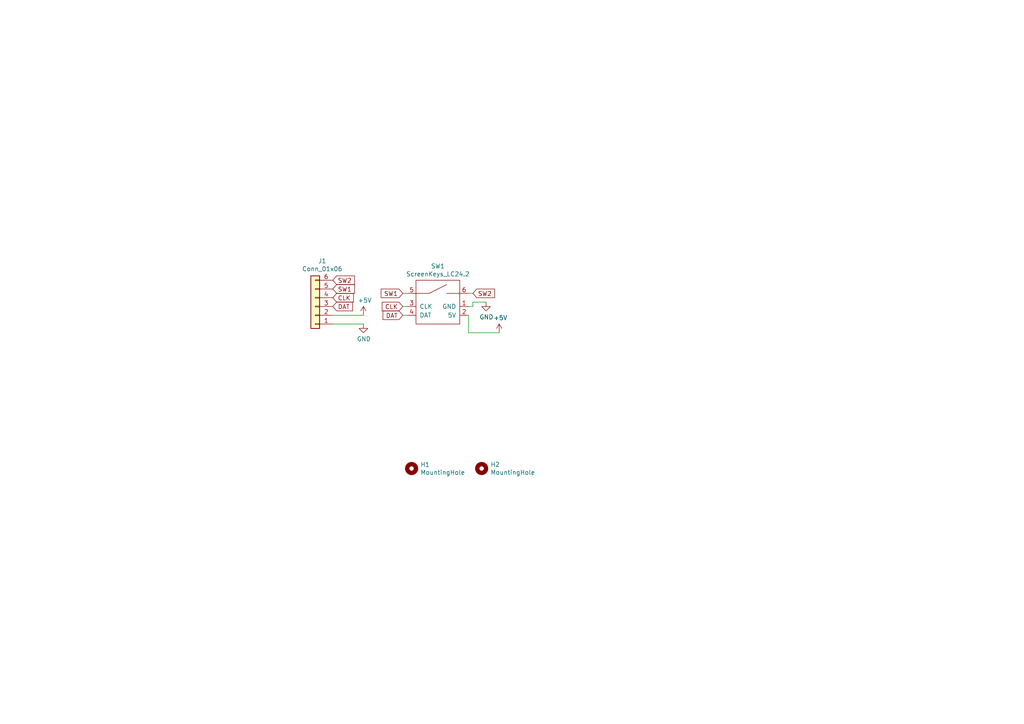
<source format=kicad_sch>
(kicad_sch (version 20210126) (generator eeschema)
  (paper "A4")
  (lib_symbols
    (symbol "BVH_Switches_Inputs:ScreenKeys_LC24.2" (pin_names (offset 1.016))
      (property "Reference" "SW" (at 0 -7.62 0))
      (property "Value" "ScreenKeys_LC24.2" (at 0 8.89 0))
      (symbol "ScreenKeys_LC24.2_0_1"
        (polyline (pts (xy -6.35 3.81) (xy -2.54 3.81)))
        (polyline (pts (xy -2.54 3.81) (xy 2.54 6.35)))
        (polyline (pts (xy 2.54 3.81) (xy 6.35 3.81)))
        (polyline (pts (xy -6.35 7.62) (xy 6.35 7.62) (xy 6.35 -5.08) (xy -6.35 -5.08) (xy -6.35 7.62)))
      )
      (symbol "ScreenKeys_LC24.2_1_1"
        (pin input line (at 8.89 0 180) (length 2.54) (name "GND") (number "1"))
        (pin input line (at 8.89 -2.54 180) (length 2.54) (name "5V") (number "2"))
        (pin input line (at -8.89 0 0) (length 2.54) (name "CLK") (number "3"))
        (pin input line (at -8.89 -2.54 0) (length 2.54) (name "DAT") (number "4"))
        (pin input line (at -8.89 3.81 0) (length 2.54) (name "~") (number "5"))
        (pin input line (at 8.89 3.81 180) (length 2.54) (name "~") (number "6"))
      )
    )
    (symbol "Connector_Generic:Conn_01x06" (pin_names (offset 1.016) hide)
      (property "Reference" "J" (at 0 7.62 0))
      (property "Value" "Conn_01x06" (at 0 -10.16 0))
      (symbol "Conn_01x06_1_1"
        (rectangle (start -1.27 -7.493) (end 0 -7.747) (stroke (width 0.1524)))
        (rectangle (start -1.27 -4.953) (end 0 -5.207) (stroke (width 0.1524)))
        (rectangle (start -1.27 -2.413) (end 0 -2.667) (stroke (width 0.1524)))
        (rectangle (start -1.27 0.127) (end 0 -0.127) (stroke (width 0.1524)))
        (rectangle (start -1.27 2.667) (end 0 2.413) (stroke (width 0.1524)))
        (rectangle (start -1.27 5.207) (end 0 4.953) (stroke (width 0.1524)))
        (rectangle (start -1.27 6.35) (end 1.27 -8.89) (stroke (width 0.254)) (fill (type background)))
        (pin passive line (at -5.08 5.08 0) (length 3.81) (name "Pin_1") (number "1"))
        (pin passive line (at -5.08 2.54 0) (length 3.81) (name "Pin_2") (number "2"))
        (pin passive line (at -5.08 0 0) (length 3.81) (name "Pin_3") (number "3"))
        (pin passive line (at -5.08 -2.54 0) (length 3.81) (name "Pin_4") (number "4"))
        (pin passive line (at -5.08 -5.08 0) (length 3.81) (name "Pin_5") (number "5"))
        (pin passive line (at -5.08 -7.62 0) (length 3.81) (name "Pin_6") (number "6"))
      )
    )
    (symbol "Mechanical:MountingHole" (pin_names (offset 1.016))
      (property "Reference" "H" (at 0 5.08 0))
      (property "Value" "MountingHole" (at 0 3.175 0))
      (symbol "MountingHole_0_1"
        (circle (center 0 0) (radius 1.27) (stroke (width 1.27)))
      )
    )
    (symbol "power:+5V" (power) (pin_names (offset 0))
      (property "Value" "+5V" (at 0 3.556 0))
      (symbol "+5V_0_1"
        (polyline (pts (xy -0.762 1.27) (xy 0 2.54)))
        (polyline (pts (xy 0 0) (xy 0 2.54)))
        (polyline (pts (xy 0 2.54) (xy 0.762 1.27)))
      )
      (symbol "+5V_1_1"
        (pin power_in line (at 0 0 90) (length 0) hide (name "+5V") (number "1"))
      )
    )
    (symbol "power:GND" (power) (pin_names (offset 0))
      (property "Value" "GND" (at 0 -3.81 0))
      (symbol "GND_0_1"
        (polyline (pts (xy 0 0) (xy 0 -1.27) (xy 1.27 -1.27) (xy 0 -2.54) (xy -1.27 -1.27) (xy 0 -1.27)))
      )
      (symbol "GND_1_1"
        (pin power_in line (at 0 0 270) (length 0) hide (name "GND") (number "1"))
      )
    )
  )
  (wire (pts (xy 96.52 91.44) (xy 105.41 91.44)))
  (wire (pts (xy 96.52 93.98) (xy 105.41 93.98)))
  (wire (pts (xy 116.84 85.09) (xy 118.11 85.09)))
  (wire (pts (xy 116.84 88.9) (xy 118.11 88.9)))
  (wire (pts (xy 116.84 91.44) (xy 118.11 91.44)))
  (wire (pts (xy 135.89 85.09) (xy 137.16 85.09)))
  (wire (pts (xy 135.89 91.44) (xy 135.89 96.52)))
  (wire (pts (xy 135.89 96.52) (xy 144.78 96.52)))
  (wire (pts (xy 137.16 87.63) (xy 137.16 88.9)))
  (wire (pts (xy 137.16 88.9) (xy 135.89 88.9)))
  (wire (pts (xy 140.97 87.63) (xy 137.16 87.63)))
  (global_label "SW2" (shape input) (at 96.52 81.28 0) (property "Intersheet References" "${INTERSHEET_REFS}" (effects hide)))
  (global_label "SW1" (shape input) (at 96.52 83.82 0) (property "Intersheet References" "${INTERSHEET_REFS}" (effects hide)))
  (global_label "CLK" (shape input) (at 96.52 86.36 0) (property "Intersheet References" "${INTERSHEET_REFS}" (effects hide)))
  (global_label "DAT" (shape input) (at 96.52 88.9 0) (property "Intersheet References" "${INTERSHEET_REFS}" (effects hide)))
  (global_label "SW1" (shape input) (at 116.84 85.09 180) (property "Intersheet References" "${INTERSHEET_REFS}" (effects hide)))
  (global_label "CLK" (shape input) (at 116.84 88.9 180) (property "Intersheet References" "${INTERSHEET_REFS}" (effects hide)))
  (global_label "DAT" (shape input) (at 116.84 91.44 180) (property "Intersheet References" "${INTERSHEET_REFS}" (effects hide)))
  (global_label "SW2" (shape input) (at 137.16 85.09 0) (property "Intersheet References" "${INTERSHEET_REFS}" (effects hide)))
  (symbol (lib_id "power:+5V") (at 105.41 91.44 0) (unit 1)
    (property "Reference" "#PWR01" (effects hide))
    (property "Value" "+5V" (at 105.7783 87.1156 0))
  )
  (symbol (lib_id "power:+5V") (at 144.78 96.52 0) (unit 1)
    (property "Reference" "#PWR04" (effects hide))
    (property "Value" "+5V" (at 145.1483 92.1956 0))
  )
  (symbol (lib_id "power:GND") (at 105.41 93.98 0) (unit 1)
    (property "Reference" "#PWR02" (effects hide))
    (property "Value" "GND" (at 105.5243 98.3044 0))
  )
  (symbol (lib_id "power:GND") (at 140.97 87.63 0) (unit 1)
    (property "Reference" "#PWR03" (effects hide))
    (property "Value" "GND" (at 141.0843 91.9544 0))
  )
  (symbol (lib_id "Mechanical:MountingHole") (at 119.38 135.89 0) (unit 1)
    (property "Reference" "H1" (at 121.9201 134.7406 0) (effects (justify left)))
    (property "Value" "MountingHole" (at 121.9201 137.0393 0) (effects (justify left)))
    (property "Footprint" "MountingHole:MountingHole_3.2mm_M3" (effects hide))
  )
  (symbol (lib_id "Mechanical:MountingHole") (at 139.7 135.89 0) (unit 1)
    (property "Reference" "H2" (at 142.2401 134.7406 0) (effects (justify left)))
    (property "Value" "MountingHole" (at 142.2401 137.0393 0) (effects (justify left)))
    (property "Footprint" "MountingHole:MountingHole_3.2mm_M3" (effects hide))
  )
  (symbol (lib_id "Connector_Generic:Conn_01x06") (at 91.44 88.9 180) (unit 1)
    (property "Reference" "J1" (at 93.472 75.6982 0))
    (property "Value" "Conn_01x06" (at 93.472 77.9969 0))
    (property "Footprint" "Connector_JST:JST_PH_B6B-PH-K_1x06_P2.00mm_Vertical" (effects hide))
  )
  (symbol (lib_id "BVH_Switches_Inputs:ScreenKeys_LC24.2") (at 127 88.9 0) (unit 1)
    (property "Reference" "SW1" (at 127 77.1968 0))
    (property "Value" "ScreenKeys_LC24.2" (at 127 79.4955 0))
    (property "Footprint" "BVH_Switches:ScreenKey_LC24.2" (effects hide))
  )
)
</source>
